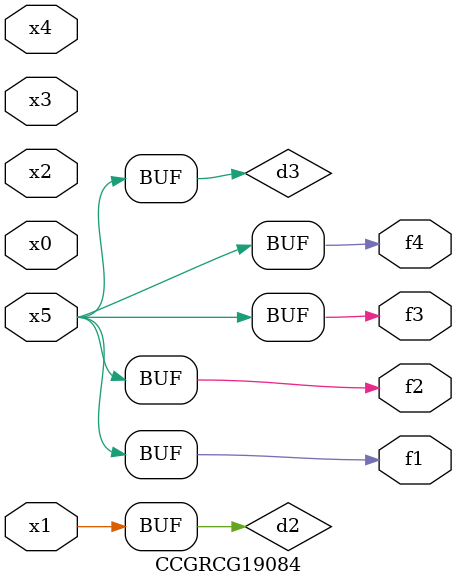
<source format=v>
module CCGRCG19084(
	input x0, x1, x2, x3, x4, x5,
	output f1, f2, f3, f4
);

	wire d1, d2, d3;

	not (d1, x5);
	or (d2, x1);
	xnor (d3, d1);
	assign f1 = d3;
	assign f2 = d3;
	assign f3 = d3;
	assign f4 = d3;
endmodule

</source>
